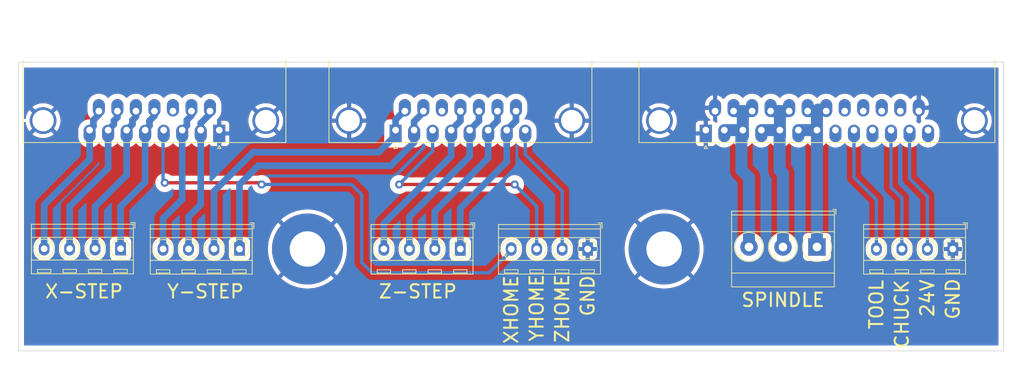
<source format=kicad_pcb>
(kicad_pcb (version 20211014) (generator pcbnew)
  (layers (0 "F.Cu" signal) (31 "B.Cu" signal) (34 "B.Paste" user) (35 "F.Paste" user) (36 "B.SilkS" user "B.Silkscreen") (37 "F.SilkS" user "F.Silkscreen") (38 "B.Mask" user) (39 "F.Mask" user) (44 "Edge.Cuts" user))
  (net 0 "")
  (net 1 "GND")
  (net 2 "/X_A")
  (net 3 "/X_B")
  (net 4 "/X_C")
  (net 5 "/X_D")
  (net 6 "/Y_A")
  (net 7 "/Y_B")
  (net 8 "/Y_C")
  (net 9 "/Y_D")
  (net 10 "/Z_A")
  (net 11 "/Z_B")
  (net 12 "/Z_C")
  (net 13 "/Z_D")
  (net 14 "/Z_LIMIT")
  (net 15 "/Y_LIMIT")
  (net 16 "/X_LIMIT")
  (net 19 "/SPIN_W")
  (net 20 "/SPIN_V")
  (net 21 "/SPIN_U")
  (net 22 "/24V")
  (net 23 "/CHUCK")
  (net 24 "/PROBE")
  (footprint "CPB:TerminalBlock_MetzConnect_Type086_RT03404HBLC_1x04_P3.81mm_1mm_Horizontal" (layer "F.Cu") (at 125.73 96.52 180)
    (fp_text reference "J4" hide)
    (fp_text value "~")
    (fp_line (start 12.341 -1.085) (end 12.041 -0.786) (layer "F.SilkS") (width 0.12))
    (fp_line (start -1 -3.6) (end 1 -3.6) (layer "F.SilkS") (width 0.12))
    (fp_line (start 4.895 -0.91) (end 4.596 -0.611) (layer "F.SilkS") (width 0.12))
    (fp_line (start 6.62 -3.6) (end 8.62 -3.6) (layer "F.SilkS") (width 0.12))
    (fp_line (start -2.15 3.06) (end -2.15 3.9) (layer "F.SilkS") (width 0.12))
    (fp_line (start 10.645 0.611) (end 10.346 0.91) (layer "F.SilkS") (width 0.12))
    (fp_line (start 10.43 -3.1) (end 12.43 -3.1) (layer "F.SilkS") (width 0.12))
    (fp_line (start 2.81 -3.6) (end 4.81 -3.6) (layer "F.SilkS") (width 0.12))
    (fp_line (start -1.91 -3.76) (end 13.34 -3.76) (layer "F.SilkS") (width 0.12))
    (fp_line (start 13.34 -3.76) (end 13.34 3.66) (layer "F.SilkS") (width 0.12))
    (fp_line (start -1.91 3) (end 13.34 3) (layer "F.SilkS") (width 0.12))
    (fp_line (start 6.62 -3.1) (end 8.62 -3.1) (layer "F.SilkS") (width 0.12))
    (fp_line (start -1 -3.6) (end -1 -3.1) (layer "F.SilkS") (width 0.12))
    (fp_line (start -1 -3.1) (end 1 -3.1) (layer "F.SilkS") (width 0.12))
    (fp_line (start 1.085 -0.91) (end 0.945 -0.771) (layer "F.SilkS") (width 0.12))
    (fp_line (start 0.911 -1.085) (end 0.771 -0.945) (layer "F.SilkS") (width 0.12))
    (fp_line (start 8.705 -0.91) (end 8.406 -0.611) (layer "F.SilkS") (width 0.12))
    (fp_line (start 12.43 -3.6) (end 12.43 -3.1) (layer "F.SilkS") (width 0.12))
    (fp_line (start 7.01 0.786) (end 6.71 1.085) (layer "F.SilkS") (width 0.12))
    (fp_line (start 3.025 0.611) (end 2.726 0.91) (layer "F.SilkS") (width 0.12))
    (fp_line (start -0.771 0.945) (end -0.911 1.085) (layer "F.SilkS") (width 0.12))
    (fp_line (start 10.43 -3.6) (end 12.43 -3.6) (layer "F.SilkS") (width 0.12))
    (fp_line (start -1.91 -1.7) (end 13.34 -1.7) (layer "F.SilkS") (width 0.12))
    (fp_line (start 10.43 -3.6) (end 10.43 -3.1) (layer "F.SilkS") (width 0.12))
    (fp_line (start 1 -3.6) (end 1 -3.1) (layer "F.SilkS") (width 0.12))
    (fp_line (start -1.91 3.66) (end 13.34 3.66) (layer "F.SilkS") (width 0.12))
    (fp_line (start -1.91 -3.76) (end -1.91 3.66) (layer "F.SilkS") (width 0.12))
    (fp_line (start 8.62 -3.6) (end 8.62 -3.1) (layer "F.SilkS") (width 0.12))
    (fp_line (start 8.531 -1.085) (end 8.231 -0.786) (layer "F.SilkS") (width 0.12))
    (fp_line (start 2.81 -3.6) (end 2.81 -3.1) (layer "F.SilkS") (width 0.12))
    (fp_line (start 4.721 -1.085) (end 4.421 -0.786) (layer "F.SilkS") (width 0.12))
    (fp_line (start -0.946 0.771) (end -1.085 0.91) (layer "F.SilkS") (width 0.12))
    (fp_line (start 2.81 -3.1) (end 4.81 -3.1) (layer "F.SilkS") (width 0.12))
    (fp_line (start -2.15 3.9) (end -1.55 3.9) (layer "F.SilkS") (width 0.12))
    (fp_line (start 10.82 0.786) (end 10.52 1.085) (layer "F.SilkS") (width 0.12))
    (fp_line (start 6.835 0.611) (end 6.536 0.91) (layer "F.SilkS") (width 0.12))
    (fp_line (start 6.62 -3.6) (end 6.62 -3.1) (layer "F.SilkS") (width 0.12))
    (fp_line (start 3.2 0.786) (end 2.9 1.085) (layer "F.SilkS") (width 0.12))
    (fp_line (start 4.81 -3.6) (end 4.81 -3.1) (layer "F.SilkS") (width 0.12))
    (fp_line (start -1.91 1.701) (end 13.34 1.701) (layer "F.SilkS") (width 0.12))
    (fp_line (start 12.515 -0.91) (end 12.216 -0.611) (layer "F.SilkS") (width 0.12))
    (fp_circle (center 0 0) (end 1.43 0) (layer "F.SilkS") (width 0.12) (fill none))
    (fp_circle (center 7.62 0) (end 9.05 0) (layer "F.SilkS") (width 0.12) (fill none))
    (fp_circle (center 11.43 0) (end 12.86 0) (layer "F.SilkS") (width 0.12) (fill none))
    (fp_circle (center 3.81 0) (end 5.24 0) (layer "F.SilkS") (width 0.12) (fill none))
    (pad "1" thru_hole rect locked (at 0 0 180) (size 1.6 2) (drill 1) (layers *.Cu *.Mask) (net 1 "GND"))
    (pad "2" thru_hole oval locked (at 3.81 0 180) (size 1.6 2) (drill 1) (layers *.Cu *.Mask) (net 14 "/Z_LIMIT"))
    (pad "3" thru_hole oval locked (at 7.62 0 180) (size 1.6 2) (drill 1) (layers *.Cu *.Mask) (net 15 "/Y_LIMIT"))
    (pad "4" thru_hole oval locked (at 11.43 0 180) (size 1.6 2) (drill 1) (layers *.Cu *.Mask) (net 16 "/X_LIMIT"))
  )
  (footprint "CPB:TerminalBlock_MetzConnect_Type086_RT03404HBLC_1x04_P3.81mm_1mm_Horizontal" (layer "F.Cu") (at 180.34 96.52 180)
    (fp_text reference "J8" hide)
    (fp_text value "~")
    (fp_line (start -1.91 3) (end 13.34 3) (layer "F.SilkS") (width 0.12))
    (fp_line (start 6.62 -3.6) (end 6.62 -3.1) (layer "F.SilkS") (width 0.12))
    (fp_line (start -1.91 -3.76) (end 13.34 -3.76) (layer "F.SilkS") (width 0.12))
    (fp_line (start 0.911 -1.085) (end 0.771 -0.945) (layer "F.SilkS") (width 0.12))
    (fp_line (start 2.81 -3.1) (end 4.81 -3.1) (layer "F.SilkS") (width 0.12))
    (fp_line (start 10.82 0.786) (end 10.52 1.085) (layer "F.SilkS") (width 0.12))
    (fp_line (start 12.341 -1.085) (end 12.041 -0.786) (layer "F.SilkS") (width 0.12))
    (fp_line (start 3.2 0.786) (end 2.9 1.085) (layer "F.SilkS") (width 0.12))
    (fp_line (start 2.81 -3.6) (end 4.81 -3.6) (layer "F.SilkS") (width 0.12))
    (fp_line (start -1.91 3.66) (end 13.34 3.66) (layer "F.SilkS") (width 0.12))
    (fp_line (start -1 -3.6) (end -1 -3.1) (layer "F.SilkS") (width 0.12))
    (fp_line (start 6.835 0.611) (end 6.536 0.91) (layer "F.SilkS") (width 0.12))
    (fp_line (start -0.946 0.771) (end -1.085 0.91) (layer "F.SilkS") (width 0.12))
    (fp_line (start -0.771 0.945) (end -0.911 1.085) (layer "F.SilkS") (width 0.12))
    (fp_line (start 4.81 -3.6) (end 4.81 -3.1) (layer "F.SilkS") (width 0.12))
    (fp_line (start -1 -3.1) (end 1 -3.1) (layer "F.SilkS") (width 0.12))
    (fp_line (start 12.515 -0.91) (end 12.216 -0.611) (layer "F.SilkS") (width 0.12))
    (fp_line (start 1.085 -0.91) (end 0.945 -0.771) (layer "F.SilkS") (width 0.12))
    (fp_line (start 12.43 -3.6) (end 12.43 -3.1) (layer "F.SilkS") (width 0.12))
    (fp_line (start -1 -3.6) (end 1 -3.6) (layer "F.SilkS") (width 0.12))
    (fp_line (start 8.531 -1.085) (end 8.231 -0.786) (layer "F.SilkS") (width 0.12))
    (fp_line (start 6.62 -3.6) (end 8.62 -3.6) (layer "F.SilkS") (width 0.12))
    (fp_line (start 10.43 -3.6) (end 12.43 -3.6) (layer "F.SilkS") (width 0.12))
    (fp_line (start -1.91 -1.7) (end 13.34 -1.7) (layer "F.SilkS") (width 0.12))
    (fp_line (start 13.34 -3.76) (end 13.34 3.66) (layer "F.SilkS") (width 0.12))
    (fp_line (start 6.62 -3.1) (end 8.62 -3.1) (layer "F.SilkS") (width 0.12))
    (fp_line (start -1.91 1.701) (end 13.34 1.701) (layer "F.SilkS") (width 0.12))
    (fp_line (start -2.15 3.06) (end -2.15 3.9) (layer "F.SilkS") (width 0.12))
    (fp_line (start 10.645 0.611) (end 10.346 0.91) (layer "F.SilkS") (width 0.12))
    (fp_line (start 8.705 -0.91) (end 8.406 -0.611) (layer "F.SilkS") (width 0.12))
    (fp_line (start 8.62 -3.6) (end 8.62 -3.1) (layer "F.SilkS") (width 0.12))
    (fp_line (start 4.895 -0.91) (end 4.596 -0.611) (layer "F.SilkS") (width 0.12))
    (fp_line (start 10.43 -3.1) (end 12.43 -3.1) (layer "F.SilkS") (width 0.12))
    (fp_line (start 4.721 -1.085) (end 4.421 -0.786) (layer "F.SilkS") (width 0.12))
    (fp_line (start 7.01 0.786) (end 6.71 1.085) (layer "F.SilkS") (width 0.12))
    (fp_line (start 1 -3.6) (end 1 -3.1) (layer "F.SilkS") (width 0.12))
    (fp_line (start 2.81 -3.6) (end 2.81 -3.1) (layer "F.SilkS") (width 0.12))
    (fp_line (start 3.025 0.611) (end 2.726 0.91) (layer "F.SilkS") (width 0.12))
    (fp_line (start -2.15 3.9) (end -1.55 3.9) (layer "F.SilkS") (width 0.12))
    (fp_line (start -1.91 -3.76) (end -1.91 3.66) (layer "F.SilkS") (width 0.12))
    (fp_line (start 10.43 -3.6) (end 10.43 -3.1) (layer "F.SilkS") (width 0.12))
    (fp_circle (center 11.43 0) (end 12.86 0) (layer "F.SilkS") (width 0.12) (fill none))
    (fp_circle (center 3.81 0) (end 5.24 0) (layer "F.SilkS") (width 0.12) (fill none))
    (fp_circle (center 7.62 0) (end 9.05 0) (layer "F.SilkS") (width 0.12) (fill none))
    (fp_circle (center 0 0) (end 1.43 0) (layer "F.SilkS") (width 0.12) (fill none))
    (pad "1" thru_hole rect locked (at 0 0 180) (size 1.6 2) (drill 1) (layers *.Cu *.Mask) (net 1 "GND"))
    (pad "2" thru_hole oval locked (at 3.81 0 180) (size 1.6 2) (drill 1) (layers *.Cu *.Mask) (net 22 "/24V"))
    (pad "3" thru_hole oval locked (at 7.62 0 180) (size 1.6 2) (drill 1) (layers *.Cu *.Mask) (net 23 "/CHUCK"))
    (pad "4" thru_hole oval locked (at 11.43 0 180) (size 1.6 2) (drill 1) (layers *.Cu *.Mask) (net 24 "/PROBE"))
  )
  (footprint "CPB:DSUB-15_Female_Horizontal_FatPin_P2.77x2.84mm_EdgePinOffset7.70mm_Housed_MountingHolesOffset9.12mm" (layer "F.Cu") (at 97.005 78.74 180)
    (fp_text reference "J6" hide)
    (fp_text value "~")
    (fp_line (start -29.355 10.48) (end -29.355 -1.86) (layer "F.SilkS") (width 0.12))
    (fp_line (start 0.25 -2.754338) (end 0 -2.321325) (layer "F.SilkS") (width 0.12))
    (fp_line (start 9.965 -1.86) (end 9.965 10.48) (layer "F.SilkS") (width 0.12))
    (fp_line (start -0.25 -2.754338) (end 0.25 -2.754338) (layer "F.SilkS") (width 0.12))
    (fp_line (start -29.355 -1.86) (end 9.965 -1.86) (layer "F.SilkS") (width 0.12))
    (fp_line (start 0 -2.321325) (end -0.25 -2.754338) (layer "F.SilkS") (width 0.12))
    (pad "0" thru_hole oval locked (at 6.955 1.42 180) (size 4 4) (drill 3.2) (layers *.Cu *.Mask) (net 1 "GND"))
    (pad "0" thru_hole oval locked (at -26.345 1.42 180) (size 4 4) (drill 3.2) (layers *.Cu *.Mask) (net 1 "GND"))
    (pad "1" thru_hole rect locked (at 0 0 180) (size 1.8 2.6) (drill 1 (offset 0 -0.5)) (layers *.Cu *.Mask) (net 7 "/Y_B"))
    (pad "2" thru_hole oval locked (at -2.77 0 180) (size 1.8 2.6) (drill 1 (offset 0 -0.5)) (layers *.Cu *.Mask) (net 6 "/Y_A"))
    (pad "3" thru_hole oval locked (at -5.54 0 180) (size 1.8 2.6) (drill 1 (offset 0 -0.5)) (layers *.Cu *.Mask) (net 15 "/Y_LIMIT"))
    (pad "4" thru_hole oval locked (at -8.31 0 180) (size 1.8 2.6) (drill 1 (offset 0 -0.5)) (layers *.Cu *.Mask) (net 13 "/Z_D"))
    (pad "5" thru_hole oval locked (at -11.08 0 180) (size 1.8 2.6) (drill 1 (offset 0 -0.5)) (layers *.Cu *.Mask) (net 12 "/Z_C"))
    (pad "6" thru_hole oval locked (at -13.85 0 180) (size 1.8 2.6) (drill 1 (offset 0 -0.5)) (layers *.Cu *.Mask) (net 11 "/Z_B"))
    (pad "7" thru_hole oval locked (at -16.62 0 180) (size 1.8 2.6) (drill 1 (offset 0 -0.5)) (layers *.Cu *.Mask) (net 10 "/Z_A"))
    (pad "8" thru_hole oval locked (at -19.39 0 180) (size 1.8 2.6) (drill 1 (offset 0 -0.5)) (layers *.Cu *.Mask) (net 14 "/Z_LIMIT"))
    (pad "9" thru_hole oval locked (at -1.385 2.84 180) (size 1.8 2.6) (drill 1 (offset 0 0.5)) (layers *.Cu *.Mask) (net 7 "/Y_B"))
    (pad "10" thru_hole oval locked (at -4.155 2.84 180) (size 1.8 2.6) (drill 1 (offset 0 0.5)) (layers *.Cu *.Mask) (net 6 "/Y_A"))
    (pad "11" thru_hole oval locked (at -6.925 2.84 180) (size 1.8 2.6) (drill 1 (offset 0 0.5)) (layers *.Cu *.Mask))
    (pad "12" thru_hole oval locked (at -9.695 2.84 180) (size 1.8 2.6) (drill 1 (offset 0 0.5)) (layers *.Cu *.Mask) (net 13 "/Z_D"))
    (pad "13" thru_hole oval locked (at -12.465 2.84 180) (size 1.8 2.6) (drill 1 (offset 0 0.5)) (layers *.Cu *.Mask) (net 12 "/Z_C"))
    (pad "14" thru_hole oval locked (at -15.235 2.84 180) (size 1.8 2.6) (drill 1 (offset 0 0.5)) (layers *.Cu *.Mask) (net 11 "/Z_B"))
    (pad "15" thru_hole oval locked (at -18.005 2.84 180) (size 1.8 2.6) (drill 1 (offset 0 0.5)) (layers *.Cu *.Mask) (net 10 "/Z_A"))
  )
  (footprint "CPB:DSUB-15_Male_Horizontal_FatPin_P2.77x2.84mm_EdgePinOffset7.70mm_Housed_MountingHolesOffset9.12mm" (layer "F.Cu") (at 70.635 78.74 180)
    (fp_text reference "J5" hide)
    (fp_text value "~")
    (fp_line (start 0 -2.321325) (end -0.25 -2.754338) (layer "F.SilkS") (width 0.12))
    (fp_line (start -0.25 -2.754338) (end 0.25 -2.754338) (layer "F.SilkS") (width 0.12))
    (fp_line (start 29.355 -1.86) (end 29.355 10.48) (layer "F.SilkS") (width 0.12))
    (fp_line (start -9.965 -1.86) (end 29.355 -1.86) (layer "F.SilkS") (width 0.12))
    (fp_line (start -9.965 10.48) (end -9.965 -1.86) (layer "F.SilkS") (width 0.12))
    (fp_line (start 0.25 -2.754338) (end 0 -2.321325) (layer "F.SilkS") (width 0.12))
    (pad "0" thru_hole circle locked (at -6.955 1.42 180) (size 4 4) (drill 3.2) (layers *.Cu *.Mask) (net 1 "GND"))
    (pad "0" thru_hole circle locked (at 26.345 1.42 180) (size 4 4) (drill 3.2) (layers *.Cu *.Mask) (net 1 "GND"))
    (pad "1" thru_hole rect locked (at 0 0 180) (size 1.8 2.6) (drill 1 (offset 0 -0.5)) (layers *.Cu *.Mask) (net 1 "GND"))
    (pad "2" thru_hole oval locked (at 2.77 0 180) (size 1.8 2.6) (drill 1 (offset 0 -0.5)) (layers *.Cu *.Mask) (net 8 "/Y_C"))
    (pad "3" thru_hole oval locked (at 5.54 0 180) (size 1.8 2.6) (drill 1 (offset 0 -0.5)) (layers *.Cu *.Mask) (net 9 "/Y_D"))
    (pad "4" thru_hole oval locked (at 8.31 0 180) (size 1.8 2.6) (drill 1 (offset 0 -0.5)) (layers *.Cu *.Mask) (net 16 "/X_LIMIT"))
    (pad "5" thru_hole oval locked (at 11.08 0 180) (size 1.8 2.6) (drill 1 (offset 0 -0.5)) (layers *.Cu *.Mask) (net 2 "/X_A"))
    (pad "6" thru_hole oval locked (at 13.85 0 180) (size 1.8 2.6) (drill 1 (offset 0 -0.5)) (layers *.Cu *.Mask) (net 3 "/X_B"))
    (pad "7" thru_hole oval locked (at 16.62 0 180) (size 1.8 2.6) (drill 1 (offset 0 -0.5)) (layers *.Cu *.Mask) (net 4 "/X_C"))
    (pad "8" thru_hole oval locked (at 19.39 0 180) (size 1.8 2.6) (drill 1 (offset 0 -0.5)) (layers *.Cu *.Mask) (net 5 "/X_D"))
    (pad "9" thru_hole oval locked (at 1.385 2.84 180) (size 1.8 2.6) (drill 1 (offset 0 0.5)) (layers *.Cu *.Mask) (net 8 "/Y_C"))
    (pad "10" thru_hole oval locked (at 4.155 2.84 180) (size 1.8 2.6) (drill 1 (offset 0 0.5)) (layers *.Cu *.Mask) (net 9 "/Y_D"))
    (pad "11" thru_hole oval locked (at 6.925 2.84 180) (size 1.8 2.6) (drill 1 (offset 0 0.5)) (layers *.Cu *.Mask))
    (pad "12" thru_hole oval locked (at 9.695 2.84 180) (size 1.8 2.6) (drill 1 (offset 0 0.5)) (layers *.Cu *.Mask) (net 2 "/X_A"))
    (pad "13" thru_hole oval locked (at 12.465 2.84 180) (size 1.8 2.6) (drill 1 (offset 0 0.5)) (layers *.Cu *.Mask) (net 3 "/X_B"))
    (pad "14" thru_hole oval locked (at 15.235 2.84 180) (size 1.8 2.6) (drill 1 (offset 0 0.5)) (layers *.Cu *.Mask) (net 4 "/X_C"))
    (pad "15" thru_hole oval locked (at 18.005 2.84 180) (size 1.8 2.6) (drill 1 (offset 0 0.5)) (layers *.Cu *.Mask) (net 5 "/X_D"))
  )
  (footprint "CPB:TerminalBlock_MetzConnect_Type086_RT03404HBLC_1x04_P3.81mm_1mm_Horizontal" (layer "F.Cu") (at 55.88 96.475 180)
    (fp_text reference "J1" hide)
    (fp_text value "~")
    (fp_line (start -1.91 -3.76) (end -1.91 3.66) (layer "F.SilkS") (width 0.12))
    (fp_line (start 6.62 -3.6) (end 8.62 -3.6) (layer "F.SilkS") (width 0.12))
    (fp_line (start -2.15 3.9) (end -1.55 3.9) (layer "F.SilkS") (width 0.12))
    (fp_line (start 2.81 -3.1) (end 4.81 -3.1) (layer "F.SilkS") (width 0.12))
    (fp_line (start -0.946 0.771) (end -1.085 0.91) (layer "F.SilkS") (width 0.12))
    (fp_line (start 8.705 -0.91) (end 8.406 -0.611) (layer "F.SilkS") (width 0.12))
    (fp_line (start -0.771 0.945) (end -0.911 1.085) (layer "F.SilkS") (width 0.12))
    (fp_line (start 10.43 -3.1) (end 12.43 -3.1) (layer "F.SilkS") (width 0.12))
    (fp_line (start 2.81 -3.6) (end 2.81 -3.1) (layer "F.SilkS") (width 0.12))
    (fp_line (start 0.911 -1.085) (end 0.771 -0.945) (layer "F.SilkS") (width 0.12))
    (fp_line (start -2.15 3.06) (end -2.15 3.9) (layer "F.SilkS") (width 0.12))
    (fp_line (start 1.085 -0.91) (end 0.945 -0.771) (layer "F.SilkS") (width 0.12))
    (fp_line (start 3.025 0.611) (end 2.726 0.91) (layer "F.SilkS") (width 0.12))
    (fp_line (start -1 -3.6) (end -1 -3.1) (layer "F.SilkS") (width 0.12))
    (fp_line (start 12.43 -3.6) (end 12.43 -3.1) (layer "F.SilkS") (width 0.12))
    (fp_line (start -1.91 1.701) (end 13.34 1.701) (layer "F.SilkS") (width 0.12))
    (fp_line (start 12.515 -0.91) (end 12.216 -0.611) (layer "F.SilkS") (width 0.12))
    (fp_line (start 10.43 -3.6) (end 12.43 -3.6) (layer "F.SilkS") (width 0.12))
    (fp_line (start 2.81 -3.6) (end 4.81 -3.6) (layer "F.SilkS") (width 0.12))
    (fp_line (start 3.2 0.786) (end 2.9 1.085) (layer "F.SilkS") (width 0.12))
    (fp_line (start 10.645 0.611) (end 10.346 0.91) (layer "F.SilkS") (width 0.12))
    (fp_line (start 7.01 0.786) (end 6.71 1.085) (layer "F.SilkS") (width 0.12))
    (fp_line (start -1.91 3) (end 13.34 3) (layer "F.SilkS") (width 0.12))
    (fp_line (start -1.91 3.66) (end 13.34 3.66) (layer "F.SilkS") (width 0.12))
    (fp_line (start 6.62 -3.1) (end 8.62 -3.1) (layer "F.SilkS") (width 0.12))
    (fp_line (start 13.34 -3.76) (end 13.34 3.66) (layer "F.SilkS") (width 0.12))
    (fp_line (start -1 -3.6) (end 1 -3.6) (layer "F.SilkS") (width 0.12))
    (fp_line (start 12.341 -1.085) (end 12.041 -0.786) (layer "F.SilkS") (width 0.12))
    (fp_line (start -1.91 -1.7) (end 13.34 -1.7) (layer "F.SilkS") (width 0.12))
    (fp_line (start 8.531 -1.085) (end 8.231 -0.786) (layer "F.SilkS") (width 0.12))
    (fp_line (start 4.81 -3.6) (end 4.81 -3.1) (layer "F.SilkS") (width 0.12))
    (fp_line (start 10.82 0.786) (end 10.52 1.085) (layer "F.SilkS") (width 0.12))
    (fp_line (start 4.721 -1.085) (end 4.421 -0.786) (layer "F.SilkS") (width 0.12))
    (fp_line (start 4.895 -0.91) (end 4.596 -0.611) (layer "F.SilkS") (width 0.12))
    (fp_line (start 6.62 -3.6) (end 6.62 -3.1) (layer "F.SilkS") (width 0.12))
    (fp_line (start 6.835 0.611) (end 6.536 0.91) (layer "F.SilkS") (width 0.12))
    (fp_line (start 10.43 -3.6) (end 10.43 -3.1) (layer "F.SilkS") (width 0.12))
    (fp_line (start -1 -3.1) (end 1 -3.1) (layer "F.SilkS") (width 0.12))
    (fp_line (start 1 -3.6) (end 1 -3.1) (layer "F.SilkS") (width 0.12))
    (fp_line (start 8.62 -3.6) (end 8.62 -3.1) (layer "F.SilkS") (width 0.12))
    (fp_line (start -1.91 -3.76) (end 13.34 -3.76) (layer "F.SilkS") (width 0.12))
    (fp_circle (center 0 0) (end 1.43 0) (layer "F.SilkS") (width 0.12) (fill none))
    (fp_circle (center 11.43 0) (end 12.86 0) (layer "F.SilkS") (width 0.12) (fill none))
    (fp_circle (center 7.62 0) (end 9.05 0) (layer "F.SilkS") (width 0.12) (fill none))
    (fp_circle (center 3.81 0) (end 5.24 0) (layer "F.SilkS") (width 0.12) (fill none))
    (pad "1" thru_hole rect locked (at 0 0 180) (size 1.6 2) (drill 1) (layers *.Cu *.Mask) (net 2 "/X_A"))
    (pad "2" thru_hole oval locked (at 3.81 0 180) (size 1.6 2) (drill 1) (layers *.Cu *.Mask) (net 3 "/X_B"))
    (pad "3" thru_hole oval locked (at 7.62 0 180) (size 1.6 2) (drill 1) (layers *.Cu *.Mask) (net 4 "/X_C"))
    (pad "4" thru_hole oval locked (at 11.43 0 180) (size 1.6 2) (drill 1) (layers *.Cu *.Mask) (net 5 "/X_D"))
  )
  (footprint "CPB:TerminalBlock_MetzConnect_Type086_RT03404HBLC_1x04_P3.81mm_1mm_Horizontal" (layer "F.Cu") (at 106.68 96.52 180)
    (fp_text reference "J3" hide)
    (fp_text value "~")
    (fp_line (start 2.81 -3.6) (end 2.81 -3.1) (layer "F.SilkS") (width 0.12))
    (fp_line (start 0.911 -1.085) (end 0.771 -0.945) (layer "F.SilkS") (width 0.12))
    (fp_line (start -1.91 -1.7) (end 13.34 -1.7) (layer "F.SilkS") (width 0.12))
    (fp_line (start -1.91 -3.76) (end -1.91 3.66) (layer "F.SilkS") (width 0.12))
    (fp_line (start 12.43 -3.6) (end 12.43 -3.1) (layer "F.SilkS") (width 0.12))
    (fp_line (start -1 -3.6) (end 1 -3.6) (layer "F.SilkS") (width 0.12))
    (fp_line (start 10.43 -3.6) (end 12.43 -3.6) (layer "F.SilkS") (width 0.12))
    (fp_line (start -0.771 0.945) (end -0.911 1.085) (layer "F.SilkS") (width 0.12))
    (fp_line (start -1.91 3) (end 13.34 3) (layer "F.SilkS") (width 0.12))
    (fp_line (start 3.2 0.786) (end 2.9 1.085) (layer "F.SilkS") (width 0.12))
    (fp_line (start 1 -3.6) (end 1 -3.1) (layer "F.SilkS") (width 0.12))
    (fp_line (start -0.946 0.771) (end -1.085 0.91) (layer "F.SilkS") (width 0.12))
    (fp_line (start 10.43 -3.1) (end 12.43 -3.1) (layer "F.SilkS") (width 0.12))
    (fp_line (start -2.15 3.9) (end -1.55 3.9) (layer "F.SilkS") (width 0.12))
    (fp_line (start 13.34 -3.76) (end 13.34 3.66) (layer "F.SilkS") (width 0.12))
    (fp_line (start 8.705 -0.91) (end 8.406 -0.611) (layer "F.SilkS") (width 0.12))
    (fp_line (start -1 -3.1) (end 1 -3.1) (layer "F.SilkS") (width 0.12))
    (fp_line (start 4.721 -1.085) (end 4.421 -0.786) (layer "F.SilkS") (width 0.12))
    (fp_line (start -1 -3.6) (end -1 -3.1) (layer "F.SilkS") (width 0.12))
    (fp_line (start 6.62 -3.6) (end 8.62 -3.6) (layer "F.SilkS") (width 0.12))
    (fp_line (start 1.085 -0.91) (end 0.945 -0.771) (layer "F.SilkS") (width 0.12))
    (fp_line (start 6.835 0.611) (end 6.536 0.91) (layer "F.SilkS") (width 0.12))
    (fp_line (start 10.43 -3.6) (end 10.43 -3.1) (layer "F.SilkS") (width 0.12))
    (fp_line (start 12.341 -1.085) (end 12.041 -0.786) (layer "F.SilkS") (width 0.12))
    (fp_line (start 4.895 -0.91) (end 4.596 -0.611) (layer "F.SilkS") (width 0.12))
    (fp_line (start 3.025 0.611) (end 2.726 0.91) (layer "F.SilkS") (width 0.12))
    (fp_line (start -1.91 1.701) (end 13.34 1.701) (layer "F.SilkS") (width 0.12))
    (fp_line (start -1.91 3.66) (end 13.34 3.66) (layer "F.SilkS") (width 0.12))
    (fp_line (start 6.62 -3.6) (end 6.62 -3.1) (layer "F.SilkS") (width 0.12))
    (fp_line (start 6.62 -3.1) (end 8.62 -3.1) (layer "F.SilkS") (width 0.12))
    (fp_line (start 7.01 0.786) (end 6.71 1.085) (layer "F.SilkS") (width 0.12))
    (fp_line (start 10.82 0.786) (end 10.52 1.085) (layer "F.SilkS") (width 0.12))
    (fp_line (start 8.62 -3.6) (end 8.62 -3.1) (layer "F.SilkS") (width 0.12))
    (fp_line (start 12.515 -0.91) (end 12.216 -0.611) (layer "F.SilkS") (width 0.12))
    (fp_line (start 10.645 0.611) (end 10.346 0.91) (layer "F.SilkS") (width 0.12))
    (fp_line (start 8.531 -1.085) (end 8.231 -0.786) (layer "F.SilkS") (width 0.12))
    (fp_line (start 2.81 -3.1) (end 4.81 -3.1) (layer "F.SilkS") (width 0.12))
    (fp_line (start 4.81 -3.6) (end 4.81 -3.1) (layer "F.SilkS") (width 0.12))
    (fp_line (start -1.91 -3.76) (end 13.34 -3.76) (layer "F.SilkS") (width 0.12))
    (fp_line (start -2.15 3.06) (end -2.15 3.9) (layer "F.SilkS") (width 0.12))
    (fp_line (start 2.81 -3.6) (end 4.81 -3.6) (layer "F.SilkS") (width 0.12))
    (fp_circle (center 7.62 0) (end 9.05 0) (layer "F.SilkS") (width 0.12) (fill none))
    (fp_circle (center 3.81 0) (end 5.24 0) (layer "F.SilkS") (width 0.12) (fill none))
    (fp_circle (center 0 0) (end 1.43 0) (layer "F.SilkS") (width 0.12) (fill none))
    (fp_circle (center 11.43 0) (end 12.86 0) (layer "F.SilkS") (width 0.12) (fill none))
    (pad "1" thru_hole rect locked (at 0 0 180) (size 1.6 2) (drill 1) (layers *.Cu *.Mask) (net 10 "/Z_A"))
    (pad "2" thru_hole oval locked (at 3.81 0 180) (size 1.6 2) (drill 1) (layers *.Cu *.Mask) (net 11 "/Z_B"))
    (pad "3" thru_hole oval locked (at 7.62 0 180) (size 1.6 2) (drill 1) (layers *.Cu *.Mask) (net 12 "/Z_C"))
    (pad "4" thru_hole oval locked (at 11.43 0 180) (size 1.6 2) (drill 1) (layers *.Cu *.Mask) (net 13 "/Z_D"))
  )
  (footprint "MountingHole:MountingHole_5.3mm_M5_Pad" (layer "F.Cu") (at 83.82 96.52)
    (fp_text reference "H2" hide)
    (fp_text value "~")
    (pad "1" thru_hole circle (at 0 0) (size 10.6 10.6) (drill 5.3) (layers *.Cu *.Mask) (net 1 "GND"))
  )
  (footprint "TerminalBlock_Phoenix:TerminalBlock_Phoenix_MKDS-3-3-5.08_1x03_P5.08mm_Horizontal" (layer "F.Cu") (at 160.02 96.22 180)
    (fp_text reference "J7" hide)
    (fp_text value "~")
    (fp_line (start -1.548 1.281) (end -1.654 1.388) (layer "F.SilkS") (width 0.12))
    (fp_line (start -2.6 -3.9) (end 12.76 -3.9) (layer "F.SilkS") (width 0.12))
    (fp_line (start 6.468 -1.654) (end 6.088 -1.274) (layer "F.SilkS") (width 0.12))
    (fp_line (start 4.073 1.274) (end 3.693 1.654) (layer "F.SilkS") (width 0.12))
    (fp_line (start 9.153 1.274) (end 8.773 1.654) (layer "F.SilkS") (width 0.12))
    (fp_line (start -2.6 5.36) (end 12.76 5.36) (layer "F.SilkS") (width 0.12))
    (fp_line (start -2.6 -5.96) (end 12.76 -5.96) (layer "F.SilkS") (width 0.12))
    (fp_line (start 11.814 -1.388) (end 11.419 -0.992) (layer "F.SilkS") (width 0.12))
    (fp_line (start -2.84 5.6) (end -2.34 5.6) (layer "F.SilkS") (width 0.12))
    (fp_line (start 3.822 0.992) (end 3.427 1.388) (layer "F.SilkS") (width 0.12))
    (fp_line (start -2.84 4.86) (end -2.84 5.6) (layer "F.SilkS") (width 0.12))
    (fp_line (start 12.76 -5.96) (end 12.76 5.36) (layer "F.SilkS") (width 0.12))
    (fp_line (start -2.6 4.8) (end 12.76 4.8) (layer "F.SilkS") (width 0.12))
    (fp_line (start -1.282 1.547) (end -1.388 1.654) (layer "F.SilkS") (width 0.12))
    (fp_line (start -2.6 2.3) (end 12.76 2.3) (layer "F.SilkS") (width 0.12))
    (fp_line (start -2.6 -5.96) (end -2.6 5.36) (layer "F.SilkS") (width 0.12))
    (fp_line (start 8.902 0.992) (end 8.507 1.388) (layer "F.SilkS") (width 0.12))
    (fp_line (start 6.734 -1.388) (end 6.339 -0.992) (layer "F.SilkS") (width 0.12))
    (fp_line (start 1.654 -1.388) (end 1.547 -1.281) (layer "F.SilkS") (width 0.12))
    (fp_line (start 11.548 -1.654) (end 11.168 -1.274) (layer "F.SilkS") (width 0.12))
    (fp_line (start 1.388 -1.654) (end 1.281 -1.547) (layer "F.SilkS") (width 0.12))
    (fp_circle (center 5.08 0) (end 7.26 0) (layer "F.SilkS") (width 0.12) (fill none))
    (fp_circle (center 10.16 0) (end 12.34 0) (layer "F.SilkS") (width 0.12) (fill none))
    (fp_circle (center 0 0) (end 2.18 0) (layer "F.SilkS") (width 0.12) (fill none))
    (pad "1" thru_hole rect (at 0 0 180) (size 2.6 2.6) (drill 1.3) (layers *.Cu *.Mask) (net 19 "/SPIN_W"))
    (pad "2" thru_hole circle (at 5.08 0 180) (size 2.6 2.6) (drill 1.3) (layers *.Cu *.Mask) (net 20 "/SPIN_V"))
    (pad "3" thru_hole circle (at 10.16 0 180) (size 2.6 2.6) (drill 1.3) (layers *.Cu *.Mask) (net 21 "/SPIN_U"))
  )
  (footprint "CPB:TerminalBlock_MetzConnect_Type086_RT03404HBLC_1x04_P3.81mm_1mm_Horizontal" (layer "F.Cu") (at 73.66 96.52 180)
    (fp_text reference "J2" hide)
    (fp_text value "~")
    (fp_line (start -1.91 -1.7) (end 13.34 -1.7) (layer "F.SilkS") (width 0.12))
    (fp_line (start 12.341 -1.085) (end 12.041 -0.786) (layer "F.SilkS") (width 0.12))
    (fp_line (start 6.62 -3.6) (end 8.62 -3.6) (layer "F.SilkS") (width 0.12))
    (fp_line (start 12.43 -3.6) (end 12.43 -3.1) (layer "F.SilkS") (width 0.12))
    (fp_line (start 0.911 -1.085) (end 0.771 -0.945) (layer "F.SilkS") (width 0.12))
    (fp_line (start 6.835 0.611) (end 6.536 0.91) (layer "F.SilkS") (width 0.12))
    (fp_line (start 7.01 0.786) (end 6.71 1.085) (layer "F.SilkS") (width 0.12))
    (fp_line (start -1 -3.6) (end 1 -3.6) (layer "F.SilkS") (width 0.12))
    (fp_line (start -2.15 3.06) (end -2.15 3.9) (layer "F.SilkS") (width 0.12))
    (fp_line (start 3.2 0.786) (end 2.9 1.085) (layer "F.SilkS") (width 0.12))
    (fp_line (start -1.91 3.66) (end 13.34 3.66) (layer "F.SilkS") (width 0.12))
    (fp_line (start 8.531 -1.085) (end 8.231 -0.786) (layer "F.SilkS") (width 0.12))
    (fp_line (start 2.81 -3.6) (end 4.81 -3.6) (layer "F.SilkS") (width 0.12))
    (fp_line (start 10.43 -3.6) (end 12.43 -3.6) (layer "F.SilkS") (width 0.12))
    (fp_line (start 13.34 -3.76) (end 13.34 3.66) (layer "F.SilkS") (width 0.12))
    (fp_line (start 3.025 0.611) (end 2.726 0.91) (layer "F.SilkS") (width 0.12))
    (fp_line (start 8.705 -0.91) (end 8.406 -0.611) (layer "F.SilkS") (width 0.12))
    (fp_line (start 4.81 -3.6) (end 4.81 -3.1) (layer "F.SilkS") (width 0.12))
    (fp_line (start 4.895 -0.91) (end 4.596 -0.611) (layer "F.SilkS") (width 0.12))
    (fp_line (start 12.515 -0.91) (end 12.216 -0.611) (layer "F.SilkS") (width 0.12))
    (fp_line (start 10.43 -3.6) (end 10.43 -3.1) (layer "F.SilkS") (width 0.12))
    (fp_line (start 2.81 -3.1) (end 4.81 -3.1) (layer "F.SilkS") (width 0.12))
    (fp_line (start -1.91 1.701) (end 13.34 1.701) (layer "F.SilkS") (width 0.12))
    (fp_line (start 10.645 0.611) (end 10.346 0.91) (layer "F.SilkS") (width 0.12))
    (fp_line (start -0.946 0.771) (end -1.085 0.91) (layer "F.SilkS") (width 0.12))
    (fp_line (start 6.62 -3.1) (end 8.62 -3.1) (layer "F.SilkS") (width 0.12))
    (fp_line (start 4.721 -1.085) (end 4.421 -0.786) (layer "F.SilkS") (width 0.12))
    (fp_line (start -1 -3.6) (end -1 -3.1) (layer "F.SilkS") (width 0.12))
    (fp_line (start 10.82 0.786) (end 10.52 1.085) (layer "F.SilkS") (width 0.12))
    (fp_line (start -1.91 -3.76) (end 13.34 -3.76) (layer "F.SilkS") (width 0.12))
    (fp_line (start 6.62 -3.6) (end 6.62 -3.1) (layer "F.SilkS") (width 0.12))
    (fp_line (start -0.771 0.945) (end -0.911 1.085) (layer "F.SilkS") (width 0.12))
    (fp_line (start 1.085 -0.91) (end 0.945 -0.771) (layer "F.SilkS") (width 0.12))
    (fp_line (start 1 -3.6) (end 1 -3.1) (layer "F.SilkS") (width 0.12))
    (fp_line (start -1.91 -3.76) (end -1.91 3.66) (layer "F.SilkS") (width 0.12))
    (fp_line (start -1.91 3) (end 13.34 3) (layer "F.SilkS") (width 0.12))
    (fp_line (start 10.43 -3.1) (end 12.43 -3.1) (layer "F.SilkS") (width 0.12))
    (fp_line (start 2.81 -3.6) (end 2.81 -3.1) (layer "F.SilkS") (width 0.12))
    (fp_line (start -1 -3.1) (end 1 -3.1) (layer "F.SilkS") (width 0.12))
    (fp_line (start 8.62 -3.6) (end 8.62 -3.1) (layer "F.SilkS") (width 0.12))
    (fp_line (start -2.15 3.9) (end -1.55 3.9) (layer "F.SilkS") (width 0.12))
    (fp_circle (center 7.62 0) (end 9.05 0) (layer "F.SilkS") (width 0.12) (fill none))
    (fp_circle (center 0 0) (end 1.43 0) (layer "F.SilkS") (width 0.12) (fill none))
    (fp_circle (center 11.43 0) (end 12.86 0) (layer "F.SilkS") (width 0.12) (fill none))
    (fp_circle (center 3.81 0) (end 5.24 0) (layer "F.SilkS") (width 0.12) (fill none))
    (pad "1" thru_hole rect locked (at 0 0 180) (size 1.6 2) (drill 1) (layers *.Cu *.Mask) (net 6 "/Y_A"))
    (pad "2" thru_hole oval locked (at 3.81 0 180) (size 1.6 2) (drill 1) (layers *.Cu *.Mask) (net 7 "/Y_B"))
    (pad "3" thru_hole oval locked (at 7.62 0 180) (size 1.6 2) (drill 1) (layers *.Cu *.Mask) (net 8 "/Y_C"))
    (pad "4" thru_hole oval locked (at 11.43 0 180) (size 1.6 2) (drill 1) (layers *.Cu *.Mask) (net 9 "/Y_D"))
  )
  (footprint "CPB:DSUB-25_Female_Horizontal_FatPad_P2.77x2.84mm_EdgePinOffset7.70mm_Housed_MountingHolesOffset9.12mm" (layer "F.Cu") (at 143.395 78.74 180)
    (fp_text reference "J9" hide)
    (fp_text value "~")
    (fp_line (start 9.99 -1.86) (end 9.99 10.48) (layer "F.SilkS") (width 0.12))
    (fp_line (start -0.25 -2.754338) (end 0.25 -2.754338) (layer "F.SilkS") (width 0.12))
    (fp_line (start -43.23 -1.86) (end 9.99 -1.86) (layer "F.SilkS") (width 0.12))
    (fp_line (start -43.23 10.48) (end -43.23 -1.86) (layer "F.SilkS") (width 0.12))
    (fp_line (start 0 -2.321325) (end -0.25 -2.754338) (layer "F.SilkS") (width 0.12))
    (fp_line (start 0.25 -2.754338) (end 0 -2.321325) (layer "F.SilkS") (width 0.12))
    (pad "0" thru_hole circle locked (at 6.93 1.42 180) (size 4 4) (drill 3.2) (layers *.Cu *.Mask) (net 1 "GND"))
    (pad "0" thru_hole circle locked (at -40.17 1.42 180) (size 4 4) (drill 3.2) (layers *.Cu *.Mask) (net 1 "GND"))
    (pad "1" thru_hole rect locked (at 0 0 180) (size 1.8 2.6) (drill 1 (offset 0 -0.5)) (layers *.Cu *.Mask) (net 1 "GND"))
    (pad "2" thru_hole oval locked (at -2.77 0 180) (size 1.8 2.6) (drill 1 (offset 0 -0.5)) (layers *.Cu *.Mask) (net 21 "/SPIN_U"))
    (pad "3" thru_hole oval locked (at -5.54 0 180) (size 1.8 2.6) (drill 1 (offset 0 -0.5)) (layers *.Cu *.Mask) (net 21 "/SPIN_U"))
    (pad "4" thru_hole oval locked (at -8.31 0 180) (size 1.8 2.6) (drill 1 (offset 0 -0.5)) (layers *.Cu *.Mask) (net 20 "/SPIN_V"))
    (pad "5" thru_hole oval locked (at -11.08 0 180) (size 1.8 2.6) (drill 1 (offset 0 -0.5)) (layers *.Cu *.Mask) (net 20 "/SPIN_V"))
    (pad "6" thru_hole oval locked (at -13.85 0 180) (size 1.8 2.6) (drill 1 (offset 0 -0.5)) (layers *.Cu *.Mask) (net 19 "/SPIN_W"))
    (pad "7" thru_hole oval locked (at -16.62 0 180) (size 1.8 2.6) (drill 1 (offset 0 -0.5)) (layers *.Cu *.Mask) (net 19 "/SPIN_W"))
    (pad "8" thru_hole oval locked (at -19.39 0 180) (size 1.8 2.6) (drill 1 (offset 0 -0.5)) (layers *.Cu *.Mask))
    (pad "9" thru_hole oval locked (at -22.16 0 180) (size 1.8 2.6) (drill 1 (offset 0 -0.5)) (layers *.Cu *.Mask) (net 24 "/PROBE"))
    (pad "10" thru_hole oval locked (at -24.93 0 180) (size 1.8 2.6) (drill 1 (offset 0 -0.5)) (layers *.Cu *.Mask))
    (pad "11" thru_hole oval locked (at -27.7 0 180) (size 1.8 2.6) (drill 1 (offset 0 -0.5)) (layers *.Cu *.Mask) (net 23 "/CHUCK"))
    (pad "12" thru_hole oval locked (at -30.47 0 180) (size 1.8 2.6) (drill 1 (offset 0 -0.5)) (layers *.Cu *.Mask) (net 22 "/24V"))
    (pad "13" thru_hole oval locked (at -33.24 0 180) (size 1.8 2.6) (drill 1 (offset 0 -0.5)) (layers *.Cu *.Mask))
    (pad "14" thru_hole oval locked (at -1.385 2.84 180) (size 1.8 2.6) (drill 1 (offset 0 0.5)) (layers *.Cu *.Mask) (net 1 "GND"))
    (pad "15" thru_hole oval locked (at -4.155 2.84 180) (size 1.8 2.6) (drill 1 (offset 0 0.5)) (layers *.Cu *.Mask) (net 21 "/SPIN_U"))
    (pad "16" thru_hole oval locked (at -6.925 2.84 180) (size 1.8 2.6) (drill 1 (offset 0 0.5)) (layers *.Cu *.Mask) (net 21 "/SPIN_U"))
    (pad "17" thru_hole oval locked (at -9.695 2.84 180) (size 1.8 2.6) (drill 1 (offset 0 0.5)) (layers *.Cu *.Mask) (net 20 "/SPIN_V"))
    (pad "18" thru_hole oval locked (at -12.465 2.84 180) (size 1.8 2.6) (drill 1 (offset 0 0.5)) (layers *.Cu *.Mask) (net 20 "/SPIN_V"))
    (pad "19" thru_hole oval locked (at -15.235 2.84 180) (size 1.8 2.6) (drill 1 (offset 0 0.5)) (layers *.Cu *.Mask) (net 19 "/SPIN_W"))
    (pad "20" thru_hole oval locked (at -18.005 2.84 180) (size 1.8 2.6) (drill 1 (offset 0 0.5)) (layers *.Cu *.Mask) (net 19 "/SPIN_W"))
    (pad "21" thru_hole oval locked (at -20.775 2.84 180) (size 1.8 2.6) (drill 1 (offset 0 0.5)) (layers *.Cu *.Mask))
    (pad "22" thru_hole oval locked (at -23.545 2.84 180) (size 1.8 2.6) (drill 1 (offset 0 0.5)) (layers *.Cu *.Mask))
    (pad "23" thru_hole oval locked (at -26.315 2.84 180) (size 1.8 2.6) (drill 1 (offset 0 0.5)) (layers *.Cu *.Mask))
    (pad "24" thru_hole oval locked (at -29.085 2.84 180) (size 1.8 2.6) (drill 1 (offset 0 0.5)) (layers *.Cu *.Mask))
    (pad "25" thru_hole oval locked (at -31.855 2.84 180) (size 1.8 2.6) (drill 1 (offset 0 0.5)) (layers *.Cu *.Mask) (net 1 "GND"))
  )
  (footprint "MountingHole:MountingHole_5.3mm_M5_Pad" (layer "F.Cu") (at 137.16 96.52)
    (fp_text reference "H1" hide)
    (fp_text value "~")
    (pad "1" thru_hole circle (at 0 0) (size 10.6 10.6) (drill 5.3) (layers *.Cu *.Mask) (net 1 "GND"))
  )
  (gr_rect (start 40.64 68.58) (end 187.96 111.76) (layer "Edge.Cuts") (width 0.1) (fill none))
  (gr_text "Z-STEP" (at 100.33 102.87) (layer "F.SilkS") (effects (font (size 2 2) (thickness 0.3))))
  (gr_text "GND" (at 180.34 100.755 90) (layer "F.SilkS") (effects (font (size 2 2) (thickness 0.3)) (justify right)))
  (gr_text "GND" (at 125.73 100.28 90) (layer "F.SilkS") (effects (font (size 2 2) (thickness 0.3)) (justify right)))
  (gr_text "ZHOME" (at 121.92 100.12 90) (layer "F.SilkS") (effects (font (size 2 2) (thickness 0.3)) (justify right)))
  (gr_text "XHOME" (at 114.3 100.28 90) (layer "F.SilkS") (effects (font (size 2 2) (thickness 0.3)) (justify right)))
  (gr_text "X-STEP" (at 50.419 102.87) (layer "F.SilkS") (effects (font (size 2 2) (thickness 0.3))))
  (gr_text "Y-STEP" (at 68.58 102.87) (layer "F.SilkS") (effects (font (size 2 2) (thickness 0.3))))
  (gr_text "24V" (at 176.53 100.915 90) (layer "F.SilkS") (effects (font (size 2 2) (thickness 0.3)) (justify right)))
  (gr_text "CHUCK" (at 172.72 100.965 90) (layer "F.SilkS") (effects (font (size 2 2) (thickness 0.3)) (justify right)))
  (gr_text "SPINDLE" (at 154.94 104.14) (layer "F.SilkS") (effects (font (size 2 2) (thickness 0.3))))
  (gr_text "YHOME" (at 118.11 100.12 90) (layer "F.SilkS") (effects (font (size 2 2) (thickness 0.3)) (justify right)))
  (gr_text "TOOL" (at 168.91 100.965 90) (layer "F.SilkS") (effects (font (size 2 2) (thickness 0.3)) (justify right)))
  (segment (start 60.94 76.613) (end 60.198 77.355) (width 1) (layer "B.Cu") (net 2))
  (segment (start 60.198 77.355) (end 60.198 78.097) (width 1) (layer "B.Cu") (net 2))
  (segment (start 55.88 90.17) (end 55.88 96.475) (width 1) (layer "B.Cu") (net 2))
  (segment (start 60.94 75.9) (end 60.94 76.613) (width 1) (layer "B.Cu") (net 2))
  (segment (start 60.198 78.097) (end 59.555 78.74) (width 1) (layer "B.Cu") (net 2))
  (segment (start 59.555 78.74) (end 59.555 86.495) (width 1) (layer "B.Cu") (net 2))
  (segment (start 59.555 86.495) (end 55.88 90.17) (width 1) (layer "B.Cu") (net 2))
  (segment (start 56.785 85.455) (end 52.07 90.17) (width 1) (layer "B.Cu") (net 3))
  (segment (start 52.07 90.17) (end 52.07 96.475) (width 1) (layer "B.Cu") (net 3))
  (segment (start 57.658 77.867) (end 56.785 78.74) (width 1) (layer "B.Cu") (net 3))
  (segment (start 56.785 78.74) (end 56.785 85.455) (width 1) (layer "B.Cu") (net 3))
  (segment (start 57.658 77.251669) (end 57.658 77.867) (width 1) (layer "B.Cu") (net 3))
  (segment (start 58.17 75.9) (end 58.17 76.739669) (width 1) (layer "B.Cu") (net 3))
  (segment (start 58.17 76.739669) (end 57.658 77.251669) (width 1) (layer "B.Cu") (net 3))
  (segment (start 54.864 77.891) (end 54.015 78.74) (width 1) (layer "B.Cu") (net 4))
  (segment (start 54.864 77.355) (end 54.864 77.891) (width 1) (layer "B.Cu") (net 4))
  (segment (start 54.015 78.74) (end 54.015 84.415) (width 1) (layer "B.Cu") (net 4))
  (segment (start 48.26 90.17) (end 48.26 96.475) (width 1) (layer "B.Cu") (net 4))
  (segment (start 55.4 75.9) (end 55.4 76.819) (width 1) (layer "B.Cu") (net 4))
  (segment (start 55.4 76.819) (end 54.864 77.355) (width 1) (layer "B.Cu") (net 4))
  (segment (start 54.015 84.415) (end 48.26 90.17) (width 1) (layer "B.Cu") (net 4))
  (segment (start 51.245 78.74) (end 51.245 83.121) (width 1) (layer "B.Cu") (net 5))
  (segment (start 51.816 78.169) (end 51.245 78.74) (width 1) (layer "B.Cu") (net 5))
  (segment (start 52.63 75.9) (end 52.63 76.437669) (width 1) (layer "B.Cu") (net 5))
  (segment (start 51.816 77.251669) (end 51.816 78.169) (width 1) (layer "B.Cu") (net 5))
  (segment (start 44.45 89.916) (end 44.45 96.475) (width 1) (layer "B.Cu") (net 5))
  (segment (start 51.245 83.121) (end 44.45 89.916) (width 1) (layer "B.Cu") (net 5))
  (segment (start 52.63 76.437669) (end 51.816 77.251669) (width 1) (layer "B.Cu") (net 5))
  (segment (start 99.775 78.74) (end 99.775 80.565) (width 1) (layer "B.Cu") (net 6))
  (segment (start 99.775 80.565) (end 96.266 84.074) (width 1) (layer "B.Cu") (net 6))
  (segment (start 76.454 84.074) (end 73.66 86.868) (width 1) (layer "B.Cu") (net 6))
  (segment (start 96.266 84.074) (end 76.454 84.074) (width 1) (layer "B.Cu") (net 6))
  (segment (start 73.66 86.868) (end 73.66 96.52) (width 1) (layer "B.Cu") (net 6))
  (segment (start 101.16 76.067669) (end 99.775 77.452669) (width 1) (layer "B.Cu") (net 6))
  (segment (start 101.16 75.9) (end 101.16 76.067669) (width 1) (layer "B.Cu") (net 6))
  (segment (start 99.775 77.452669) (end 99.775 78.74) (width 1) (layer "B.Cu") (net 6))
  (segment (start 98.279669 75.9) (end 98.39 75.9) (width 1) (layer "B.Cu") (net 7))
  (segment (start 69.85 87.884) (end 75.692 82.042) (width 1) (layer "B.Cu") (net 7))
  (segment (start 97.005 79.525) (end 97.005 78.74) (width 1) (layer "B.Cu") (net 7))
  (segment (start 75.692 82.042) (end 94.488 82.042) (width 1) (layer "B.Cu") (net 7))
  (segment (start 69.85 96.52) (end 69.85 87.884) (width 1) (layer "B.Cu") (net 7))
  (segment (start 97.005 77.174669) (end 98.279669 75.9) (width 1) (layer "B.Cu") (net 7))
  (segment (start 94.488 82.042) (end 97.005 79.525) (width 1) (layer "B.Cu") (net 7))
  (segment (start 97.005 78.74) (end 97.005 77.174669) (width 1) (layer "B.Cu") (net 7))
  (segment (start 67.865 89.869) (end 66.04 91.694) (width 1) (layer "B.Cu") (net 8))
  (segment (start 69.25 75.9) (end 69.25 76.327669) (width 1) (layer "B.Cu") (net 8))
  (segment (start 69.25 76.327669) (end 67.865 77.712669) (width 1) (layer "B.Cu") (net 8))
  (segment (start 67.865 77.712669) (end 67.865 78.74) (width 1) (layer "B.Cu") (net 8))
  (segment (start 66.04 91.694) (end 66.04 96.52) (width 1) (layer "B.Cu") (net 8))
  (segment (start 67.865 78.74) (end 67.865 89.869) (width 1) (layer "B.Cu") (net 8))
  (segment (start 65.095 89.083) (end 62.23 91.948) (width 1) (layer "B.Cu") (net 9))
  (segment (start 62.23 91.948) (end 62.23 96.52) (width 1) (layer "B.Cu") (net 9))
  (segment (start 66.48 76.557669) (end 65.786 77.251669) (width 1) (layer "B.Cu") (net 9))
  (segment (start 65.786 77.251669) (end 65.786 78.049) (width 1) (layer "B.Cu") (net 9))
  (segment (start 65.095 78.74) (end 65.095 89.083) (width 1) (layer "B.Cu") (net 9))
  (segment (start 65.786 78.049) (end 65.095 78.74) (width 1) (layer "B.Cu") (net 9))
  (segment (start 66.48 75.9) (end 66.48 76.557669) (width 1) (layer "B.Cu") (net 9))
  (segment (start 113.625 78.74) (end 113.625 83.479) (width 1) (layer "B.Cu") (net 10))
  (segment (start 113.625 83.479) (end 106.68 90.424) (width 1) (layer "B.Cu") (net 10))
  (segment (start 106.68 90.424) (end 106.68 96.52) (width 1) (layer "B.Cu") (net 10))
  (segment (start 115.01 77.355) (end 113.625 78.74) (width 1) (layer "B.Cu") (net 10))
  (segment (start 115.01 75.9) (end 115.01 77.355) (width 1) (layer "B.Cu") (net 10))
  (segment (start 112.24 75.9) (end 112.24 77.355) (width 1) (layer "B.Cu") (net 11))
  (segment (start 110.855 78.74) (end 110.855 82.915) (width 1) (layer "B.Cu") (net 11))
  (segment (start 110.855 82.915) (end 102.87 90.9) (width 1) (layer "B.Cu") (net 11))
  (segment (start 102.87 90.9) (end 102.87 96.52) (width 1) (layer "B.Cu") (net 11))
  (segment (start 112.24 77.355) (end 110.855 78.74) (width 1) (layer "B.Cu") (net 11))
  (segment (start 109.47 75.9) (end 109.47 77.355) (width 1) (layer "B.Cu") (net 12))
  (segment (start 99.06 91.694) (end 99.06 96.52) (width 1) (layer "B.Cu") (net 12))
  (segment (start 108.085 82.669) (end 99.06 91.694) (width 1) (layer "B.Cu") (net 12))
  (segment (start 109.47 77.355) (end 108.085 78.74) (width 1) (layer "B.Cu") (net 12))
  (segment (start 108.085 78.74) (end 108.085 82.669) (width 1) (layer "B.Cu") (net 12))
  (segment (start 106.7 75.9) (end 106.7 77.355) (width 1) (layer "B.Cu") (net 13))
  (segment (start 106.7 77.355) (end 105.315 78.74) (width 1) (layer "B.Cu") (net 13))
  (segment (start 105.315 82.645) (end 95.25 92.71) (width 1) (layer "B.Cu") (net 13))
  (segment (start 105.315 78.74) (end 105.315 82.645) (width 1) (layer "B.Cu") (net 13))
  (segment (start 95.25 92.71) (end 95.25 96.52) (width 1) (layer "B.Cu") (net 13))
  (segment (start 116.395 82.359) (end 116.395 78.74) (width 0.5) (layer "B.Cu") (net 14))
  (segment (start 121.92 96.52) (end 121.92 87.884) (width 0.5) (layer "B.Cu") (net 14))
  (segment (start 121.92 87.884) (end 116.395 82.359) (width 0.5) (layer "B.Cu") (net 14))
  (segment (start 114.808 86.868) (end 97.536 86.868) (width 0.5) (layer "F.Cu") (net 15))
  (via (at 114.808 86.868) (size 1.2) (drill 0.6) (layers "F.Cu" "B.Cu") (net 15))
  (via (at 97.536 86.868) (size 1.2) (drill 0.6) (layers "F.Cu" "B.Cu") (net 15))
  (segment (start 102.545 81.859) (end 102.545 78.74) (width 0.5) (layer "B.Cu") (net 15))
  (segment (start 97.536 86.868) (end 102.545 81.859) (width 0.5) (layer "B.Cu") (net 15))
  (segment (start 118.11 96.52) (end 118.11 90.17) (width 0.5) (layer "B.Cu") (net 15))
  (segment (start 118.11 90.17) (end 114.808 86.868) (width 0.5) (layer "B.Cu") (net 15))
  (segment (start 76.708 86.614) (end 76.962 86.868) (width 0.5) (layer "F.Cu") (net 16))
  (segment (start 62.484 86.614) (end 76.708 86.614) (width 0.5) (layer "F.Cu") (net 16))
  (via (at 62.484 86.614) (size 1.2) (drill 0.6) (layers "F.Cu" "B.Cu") (net 16))
  (via (at 76.962 86.868) (size 1.2) (drill 0.6) (layers "F.Cu" "B.Cu") (net 16))
  (segment (start 114.3 96.774) (end 114.3 96.52) (width 0.5) (layer "B.Cu") (net 16))
  (segment (start 62.484 86.614) (end 62.23 86.36) (width 0.5) (layer "B.Cu") (net 16))
  (segment (start 110.998 100.076) (end 114.3 96.774) (width 0.5) (layer "B.Cu") (net 16))
  (segment (start 93.472 100.076) (end 110.998 100.076) (width 0.5) (layer "B.Cu") (net 16))
  (segment (start 62.23 86.36) (end 62.23 78.835) (width 0.5) (layer "B.Cu") (net 16))
  (segment (start 91.948 88.392) (end 91.948 98.552) (width 0.5) (layer "B.Cu") (net 16))
  (segment (start 62.23 78.835) (end 62.325 78.74) (width 0.5) (layer "B.Cu") (net 16))
  (segment (start 91.948 98.552) (end 93.472 100.076) (width 0.5) (layer "B.Cu") (net 16))
  (segment (start 90.424 86.868) (end 91.948 88.392) (width 0.5) (layer "B.Cu") (net 16))
  (segment (start 76.962 86.868) (end 90.424 86.868) (width 0.5) (layer "B.Cu") (net 16))
  (segment (start 160.015 78.74) (end 160.015 75.824) (width 1.8) (layer "B.Cu") (net 19))
  (segment (start 159.939 75.9) (end 160.015 75.824) (width 1.8) (layer "B.Cu") (net 19))
  (segment (start 161.192 75.692) (end 161.4 75.9) (width 1.8) (layer "B.Cu") (net 19))
  (segment (start 160.02 78.745) (end 160.015 78.74) (width 1.8) (layer "B.Cu") (net 19))
  (segment (start 157.245 78.74) (end 160.015 78.74) (width 1.8) (layer "B.Cu") (net 19))
  (segment (start 158.63 75.9) (end 159.939 75.9) (width 1.8) (layer "B.Cu") (net 19))
  (segment (start 160.015 75.824) (end 160.147 75.692) (width 1.8) (layer "B.Cu") (net 19))
  (segment (start 160.02 96.22) (end 160.02 78.745) (width 1.8) (layer "B.Cu") (net 19))
  (segment (start 160.147 75.692) (end 161.192 75.692) (width 1.8) (layer "B.Cu") (net 19))
  (segment (start 154.475 75.989) (end 154.386 75.9) (width 1.8) (layer "B.Cu") (net 20))
  (segment (start 151.705 78.74) (end 154.475 78.74) (width 1.8) (layer "B.Cu") (net 20))
  (segment (start 155.86 75.9) (end 154.386 75.9) (width 1.8) (layer "B.Cu") (net 20))
  (segment (start 154.94 85.217) (end 154.432 84.709) (width 1.8) (layer "B.Cu") (net 20))
  (segment (start 154.432 78.783) (end 154.475 78.74) (width 1.8) (layer "B.Cu") (net 20))
  (segment (start 154.94 96.22) (end 154.94 85.217) (width 1.8) (layer "B.Cu") (net 20))
  (segment (start 154.432 84.709) (end 154.432 78.783) (width 1.8) (layer "B.Cu") (net 20))
  (segment (start 154.475 78.74) (end 154.475 75.989) (width 1.8) (layer "B.Cu") (net 20))
  (segment (start 154.386 75.9) (end 153.09 75.9) (width 1.8) (layer "B.Cu") (net 20))
  (segment (start 149.86 96.22) (end 149.86 85.852) (width 1.8) (layer "B.Cu") (net 21))
  (segment (start 148.717 84.709) (end 148.717 78.958) (width 1.8) (layer "B.Cu") (net 21))
  (segment (start 147.55 75.9) (end 148.853 75.9) (width 1.8) (layer "B.Cu") (net 21))
  (segment (start 148.853 75.9) (end 148.935 75.982) (width 1.8) (layer "B.Cu") (net 21))
  (segment (start 148.935 78.74) (end 146.165 78.74) (width 1.8) (layer "B.Cu") (net 21))
  (segment (start 149.017 75.9) (end 150.32 75.9) (width 1.8) (layer "B.Cu") (net 21))
  (segment (start 148.717 78.958) (end 148.935 78.74) (width 1.8) (layer "B.Cu") (net 21))
  (segment (start 149.86 85.852) (end 148.717 84.709) (width 1.8) (layer "B.Cu") (net 21))
  (segment (start 148.935 78.74) (end 148.935 75.982) (width 1.8) (layer "B.Cu") (net 21))
  (segment (start 148.935 75.982) (end 149.017 75.9) (width 1.8) (layer "B.Cu") (net 21))
  (segment (start 173.865 78.74) (end 173.865 85.981) (width 0.5) (layer "B.Cu") (net 22))
  (segment (start 173.865 85.981) (end 176.53 88.646) (width 0.5) (layer "B.Cu") (net 22))
  (segment (start 176.53 88.646) (end 176.53 96.52) (width 0.5) (layer "B.Cu") (net 22))
  (segment (start 171.095 87.275) (end 172.72 88.9) (width 0.5) (layer "B.Cu") (net 23))
  (segment (start 171.095 78.74) (end 171.095 87.275) (width 0.5) (layer "B.Cu") (net 23))
  (segment (start 172.72 88.9) (end 172.72 96.52) (width 0.5) (layer "B.Cu") (net 23))
  (segment (start 168.91 89.154) (end 168.91 96.52) (width 0.5) (layer "B.Cu") (net 24))
  (segment (start 165.555 78.74) (end 165.555 85.799) (width 0.5) (layer "B.Cu") (net 24))
  (segment (start 165.555 85.799) (end 168.91 89.154) (width 0.5) (layer "B.Cu") (net 24))
  (zone (net 1) (net_name "GND") (layers F&B.Cu) (connect_pads (clearance 0.808)) (min_thickness 0.254) (fill yes (thermal_gap 0.608) (thermal_bridge_width 0.608))
    (polygon (pts (xy 191.002935 113.955925) (xy 37.846 114.046) (xy 37.846 67.056) (xy 190.494935 66.711925)))
  )
)
</source>
